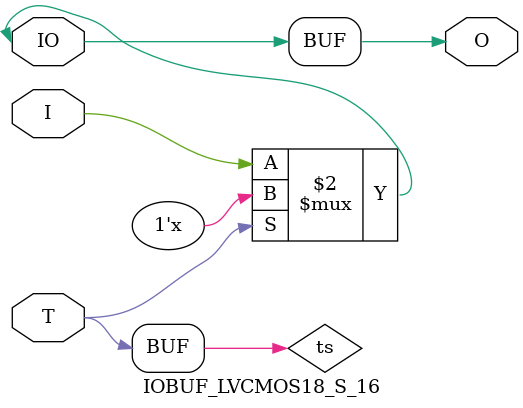
<source format=v>

/*

FUNCTION	: INPUT TRI-STATE OUTPUT BUFFER

*/

`celldefine
`timescale  100 ps / 10 ps

module IOBUF_LVCMOS18_S_16 (O, IO, I, T);

    output O;

    inout  IO;

    input  I, T;

    or O1 (ts, 1'b0, T);
    bufif0 T1 (IO, I, ts);

    buf B1 (O, IO);

endmodule

</source>
